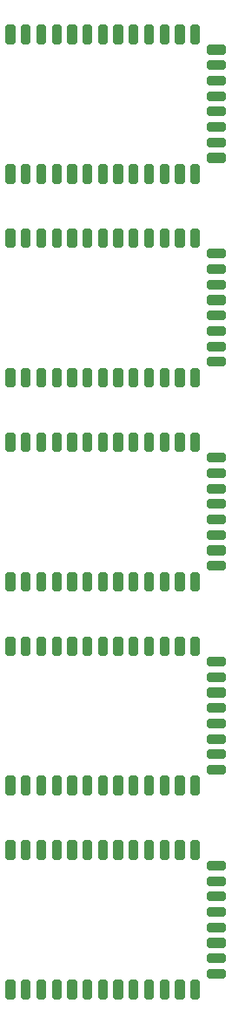
<source format=gtp>
G04 EAGLE Gerber RS-274X export*
G75*
%MOMM*%
%FSLAX34Y34*%
%LPD*%
%INTop Paste*%
%IPPOS*%
%AMOC8*
5,1,8,0,0,1.08239X$1,22.5*%
G01*
%ADD10C,0.694944*%


D10*
X153752Y40078D02*
X153752Y27722D01*
X151048Y27722D01*
X151048Y40078D01*
X153752Y40078D01*
X153752Y34324D02*
X151048Y34324D01*
X168752Y40078D02*
X168752Y27722D01*
X166048Y27722D01*
X166048Y40078D01*
X168752Y40078D01*
X168752Y34324D02*
X166048Y34324D01*
X183752Y40078D02*
X183752Y27722D01*
X181048Y27722D01*
X181048Y40078D01*
X183752Y40078D01*
X183752Y34324D02*
X181048Y34324D01*
X198752Y40078D02*
X198752Y27722D01*
X196048Y27722D01*
X196048Y40078D01*
X198752Y40078D01*
X198752Y34324D02*
X196048Y34324D01*
X213752Y40078D02*
X213752Y27722D01*
X211048Y27722D01*
X211048Y40078D01*
X213752Y40078D01*
X213752Y34324D02*
X211048Y34324D01*
X228752Y40078D02*
X228752Y27722D01*
X226048Y27722D01*
X226048Y40078D01*
X228752Y40078D01*
X228752Y34324D02*
X226048Y34324D01*
X243752Y40078D02*
X243752Y27722D01*
X241048Y27722D01*
X241048Y40078D01*
X243752Y40078D01*
X243752Y34324D02*
X241048Y34324D01*
X258752Y40078D02*
X258752Y27722D01*
X256048Y27722D01*
X256048Y40078D01*
X258752Y40078D01*
X258752Y34324D02*
X256048Y34324D01*
X273752Y40078D02*
X273752Y27722D01*
X271048Y27722D01*
X271048Y40078D01*
X273752Y40078D01*
X273752Y34324D02*
X271048Y34324D01*
X288752Y40078D02*
X288752Y27722D01*
X286048Y27722D01*
X286048Y40078D01*
X288752Y40078D01*
X288752Y34324D02*
X286048Y34324D01*
X303752Y40078D02*
X303752Y27722D01*
X301048Y27722D01*
X301048Y40078D01*
X303752Y40078D01*
X303752Y34324D02*
X301048Y34324D01*
X318752Y40078D02*
X318752Y27722D01*
X316048Y27722D01*
X316048Y40078D01*
X318752Y40078D01*
X318752Y34324D02*
X316048Y34324D01*
X333752Y40078D02*
X333752Y27722D01*
X331048Y27722D01*
X331048Y40078D01*
X333752Y40078D01*
X333752Y34324D02*
X331048Y34324D01*
X346922Y50652D02*
X359278Y50652D01*
X359278Y47948D01*
X346922Y47948D01*
X346922Y50652D01*
X346922Y65652D02*
X359278Y65652D01*
X359278Y62948D01*
X346922Y62948D01*
X346922Y65652D01*
X346922Y80652D02*
X359278Y80652D01*
X359278Y77948D01*
X346922Y77948D01*
X346922Y80652D01*
X346922Y95652D02*
X359278Y95652D01*
X359278Y92948D01*
X346922Y92948D01*
X346922Y95652D01*
X346922Y110652D02*
X359278Y110652D01*
X359278Y107948D01*
X346922Y107948D01*
X346922Y110652D01*
X346922Y125652D02*
X359278Y125652D01*
X359278Y122948D01*
X346922Y122948D01*
X346922Y125652D01*
X346922Y140652D02*
X359278Y140652D01*
X359278Y137948D01*
X346922Y137948D01*
X346922Y140652D01*
X346922Y155652D02*
X359278Y155652D01*
X359278Y152948D01*
X346922Y152948D01*
X346922Y155652D01*
X331048Y163122D02*
X331048Y175478D01*
X333752Y175478D01*
X333752Y163122D01*
X331048Y163122D01*
X331048Y169724D02*
X333752Y169724D01*
X316048Y175478D02*
X316048Y163122D01*
X316048Y175478D02*
X318752Y175478D01*
X318752Y163122D01*
X316048Y163122D01*
X316048Y169724D02*
X318752Y169724D01*
X301048Y175478D02*
X301048Y163122D01*
X301048Y175478D02*
X303752Y175478D01*
X303752Y163122D01*
X301048Y163122D01*
X301048Y169724D02*
X303752Y169724D01*
X286048Y175478D02*
X286048Y163122D01*
X286048Y175478D02*
X288752Y175478D01*
X288752Y163122D01*
X286048Y163122D01*
X286048Y169724D02*
X288752Y169724D01*
X271048Y175478D02*
X271048Y163122D01*
X271048Y175478D02*
X273752Y175478D01*
X273752Y163122D01*
X271048Y163122D01*
X271048Y169724D02*
X273752Y169724D01*
X256048Y175478D02*
X256048Y163122D01*
X256048Y175478D02*
X258752Y175478D01*
X258752Y163122D01*
X256048Y163122D01*
X256048Y169724D02*
X258752Y169724D01*
X241048Y175478D02*
X241048Y163122D01*
X241048Y175478D02*
X243752Y175478D01*
X243752Y163122D01*
X241048Y163122D01*
X241048Y169724D02*
X243752Y169724D01*
X226048Y175478D02*
X226048Y163122D01*
X226048Y175478D02*
X228752Y175478D01*
X228752Y163122D01*
X226048Y163122D01*
X226048Y169724D02*
X228752Y169724D01*
X211048Y175478D02*
X211048Y163122D01*
X211048Y175478D02*
X213752Y175478D01*
X213752Y163122D01*
X211048Y163122D01*
X211048Y169724D02*
X213752Y169724D01*
X196048Y175478D02*
X196048Y163122D01*
X196048Y175478D02*
X198752Y175478D01*
X198752Y163122D01*
X196048Y163122D01*
X196048Y169724D02*
X198752Y169724D01*
X181048Y175478D02*
X181048Y163122D01*
X181048Y175478D02*
X183752Y175478D01*
X183752Y163122D01*
X181048Y163122D01*
X181048Y169724D02*
X183752Y169724D01*
X166048Y175478D02*
X166048Y163122D01*
X166048Y175478D02*
X168752Y175478D01*
X168752Y163122D01*
X166048Y163122D01*
X166048Y169724D02*
X168752Y169724D01*
X151048Y175478D02*
X151048Y163122D01*
X151048Y175478D02*
X153752Y175478D01*
X153752Y163122D01*
X151048Y163122D01*
X151048Y169724D02*
X153752Y169724D01*
X153752Y225715D02*
X153752Y238071D01*
X153752Y225715D02*
X151048Y225715D01*
X151048Y238071D01*
X153752Y238071D01*
X153752Y232317D02*
X151048Y232317D01*
X168752Y238071D02*
X168752Y225715D01*
X166048Y225715D01*
X166048Y238071D01*
X168752Y238071D01*
X168752Y232317D02*
X166048Y232317D01*
X183752Y238071D02*
X183752Y225715D01*
X181048Y225715D01*
X181048Y238071D01*
X183752Y238071D01*
X183752Y232317D02*
X181048Y232317D01*
X198752Y238071D02*
X198752Y225715D01*
X196048Y225715D01*
X196048Y238071D01*
X198752Y238071D01*
X198752Y232317D02*
X196048Y232317D01*
X213752Y238071D02*
X213752Y225715D01*
X211048Y225715D01*
X211048Y238071D01*
X213752Y238071D01*
X213752Y232317D02*
X211048Y232317D01*
X228752Y238071D02*
X228752Y225715D01*
X226048Y225715D01*
X226048Y238071D01*
X228752Y238071D01*
X228752Y232317D02*
X226048Y232317D01*
X243752Y238071D02*
X243752Y225715D01*
X241048Y225715D01*
X241048Y238071D01*
X243752Y238071D01*
X243752Y232317D02*
X241048Y232317D01*
X258752Y238071D02*
X258752Y225715D01*
X256048Y225715D01*
X256048Y238071D01*
X258752Y238071D01*
X258752Y232317D02*
X256048Y232317D01*
X273752Y238071D02*
X273752Y225715D01*
X271048Y225715D01*
X271048Y238071D01*
X273752Y238071D01*
X273752Y232317D02*
X271048Y232317D01*
X288752Y238071D02*
X288752Y225715D01*
X286048Y225715D01*
X286048Y238071D01*
X288752Y238071D01*
X288752Y232317D02*
X286048Y232317D01*
X303752Y238071D02*
X303752Y225715D01*
X301048Y225715D01*
X301048Y238071D01*
X303752Y238071D01*
X303752Y232317D02*
X301048Y232317D01*
X318752Y238071D02*
X318752Y225715D01*
X316048Y225715D01*
X316048Y238071D01*
X318752Y238071D01*
X318752Y232317D02*
X316048Y232317D01*
X333752Y238071D02*
X333752Y225715D01*
X331048Y225715D01*
X331048Y238071D01*
X333752Y238071D01*
X333752Y232317D02*
X331048Y232317D01*
X346922Y248645D02*
X359278Y248645D01*
X359278Y245941D01*
X346922Y245941D01*
X346922Y248645D01*
X346922Y263645D02*
X359278Y263645D01*
X359278Y260941D01*
X346922Y260941D01*
X346922Y263645D01*
X346922Y278645D02*
X359278Y278645D01*
X359278Y275941D01*
X346922Y275941D01*
X346922Y278645D01*
X346922Y293645D02*
X359278Y293645D01*
X359278Y290941D01*
X346922Y290941D01*
X346922Y293645D01*
X346922Y308645D02*
X359278Y308645D01*
X359278Y305941D01*
X346922Y305941D01*
X346922Y308645D01*
X346922Y323645D02*
X359278Y323645D01*
X359278Y320941D01*
X346922Y320941D01*
X346922Y323645D01*
X346922Y338645D02*
X359278Y338645D01*
X359278Y335941D01*
X346922Y335941D01*
X346922Y338645D01*
X346922Y353645D02*
X359278Y353645D01*
X359278Y350941D01*
X346922Y350941D01*
X346922Y353645D01*
X331048Y361115D02*
X331048Y373471D01*
X333752Y373471D01*
X333752Y361115D01*
X331048Y361115D01*
X331048Y367717D02*
X333752Y367717D01*
X316048Y373471D02*
X316048Y361115D01*
X316048Y373471D02*
X318752Y373471D01*
X318752Y361115D01*
X316048Y361115D01*
X316048Y367717D02*
X318752Y367717D01*
X301048Y373471D02*
X301048Y361115D01*
X301048Y373471D02*
X303752Y373471D01*
X303752Y361115D01*
X301048Y361115D01*
X301048Y367717D02*
X303752Y367717D01*
X286048Y373471D02*
X286048Y361115D01*
X286048Y373471D02*
X288752Y373471D01*
X288752Y361115D01*
X286048Y361115D01*
X286048Y367717D02*
X288752Y367717D01*
X271048Y373471D02*
X271048Y361115D01*
X271048Y373471D02*
X273752Y373471D01*
X273752Y361115D01*
X271048Y361115D01*
X271048Y367717D02*
X273752Y367717D01*
X256048Y373471D02*
X256048Y361115D01*
X256048Y373471D02*
X258752Y373471D01*
X258752Y361115D01*
X256048Y361115D01*
X256048Y367717D02*
X258752Y367717D01*
X241048Y373471D02*
X241048Y361115D01*
X241048Y373471D02*
X243752Y373471D01*
X243752Y361115D01*
X241048Y361115D01*
X241048Y367717D02*
X243752Y367717D01*
X226048Y373471D02*
X226048Y361115D01*
X226048Y373471D02*
X228752Y373471D01*
X228752Y361115D01*
X226048Y361115D01*
X226048Y367717D02*
X228752Y367717D01*
X211048Y373471D02*
X211048Y361115D01*
X211048Y373471D02*
X213752Y373471D01*
X213752Y361115D01*
X211048Y361115D01*
X211048Y367717D02*
X213752Y367717D01*
X196048Y373471D02*
X196048Y361115D01*
X196048Y373471D02*
X198752Y373471D01*
X198752Y361115D01*
X196048Y361115D01*
X196048Y367717D02*
X198752Y367717D01*
X181048Y373471D02*
X181048Y361115D01*
X181048Y373471D02*
X183752Y373471D01*
X183752Y361115D01*
X181048Y361115D01*
X181048Y367717D02*
X183752Y367717D01*
X166048Y373471D02*
X166048Y361115D01*
X166048Y373471D02*
X168752Y373471D01*
X168752Y361115D01*
X166048Y361115D01*
X166048Y367717D02*
X168752Y367717D01*
X151048Y373471D02*
X151048Y361115D01*
X151048Y373471D02*
X153752Y373471D01*
X153752Y361115D01*
X151048Y361115D01*
X151048Y367717D02*
X153752Y367717D01*
X153752Y423733D02*
X153752Y436089D01*
X153752Y423733D02*
X151048Y423733D01*
X151048Y436089D01*
X153752Y436089D01*
X153752Y430335D02*
X151048Y430335D01*
X168752Y436089D02*
X168752Y423733D01*
X166048Y423733D01*
X166048Y436089D01*
X168752Y436089D01*
X168752Y430335D02*
X166048Y430335D01*
X183752Y436089D02*
X183752Y423733D01*
X181048Y423733D01*
X181048Y436089D01*
X183752Y436089D01*
X183752Y430335D02*
X181048Y430335D01*
X198752Y436089D02*
X198752Y423733D01*
X196048Y423733D01*
X196048Y436089D01*
X198752Y436089D01*
X198752Y430335D02*
X196048Y430335D01*
X213752Y436089D02*
X213752Y423733D01*
X211048Y423733D01*
X211048Y436089D01*
X213752Y436089D01*
X213752Y430335D02*
X211048Y430335D01*
X228752Y436089D02*
X228752Y423733D01*
X226048Y423733D01*
X226048Y436089D01*
X228752Y436089D01*
X228752Y430335D02*
X226048Y430335D01*
X243752Y436089D02*
X243752Y423733D01*
X241048Y423733D01*
X241048Y436089D01*
X243752Y436089D01*
X243752Y430335D02*
X241048Y430335D01*
X258752Y436089D02*
X258752Y423733D01*
X256048Y423733D01*
X256048Y436089D01*
X258752Y436089D01*
X258752Y430335D02*
X256048Y430335D01*
X273752Y436089D02*
X273752Y423733D01*
X271048Y423733D01*
X271048Y436089D01*
X273752Y436089D01*
X273752Y430335D02*
X271048Y430335D01*
X288752Y436089D02*
X288752Y423733D01*
X286048Y423733D01*
X286048Y436089D01*
X288752Y436089D01*
X288752Y430335D02*
X286048Y430335D01*
X303752Y436089D02*
X303752Y423733D01*
X301048Y423733D01*
X301048Y436089D01*
X303752Y436089D01*
X303752Y430335D02*
X301048Y430335D01*
X318752Y436089D02*
X318752Y423733D01*
X316048Y423733D01*
X316048Y436089D01*
X318752Y436089D01*
X318752Y430335D02*
X316048Y430335D01*
X333752Y436089D02*
X333752Y423733D01*
X331048Y423733D01*
X331048Y436089D01*
X333752Y436089D01*
X333752Y430335D02*
X331048Y430335D01*
X346922Y446663D02*
X359278Y446663D01*
X359278Y443959D01*
X346922Y443959D01*
X346922Y446663D01*
X346922Y461663D02*
X359278Y461663D01*
X359278Y458959D01*
X346922Y458959D01*
X346922Y461663D01*
X346922Y476663D02*
X359278Y476663D01*
X359278Y473959D01*
X346922Y473959D01*
X346922Y476663D01*
X346922Y491663D02*
X359278Y491663D01*
X359278Y488959D01*
X346922Y488959D01*
X346922Y491663D01*
X346922Y506663D02*
X359278Y506663D01*
X359278Y503959D01*
X346922Y503959D01*
X346922Y506663D01*
X346922Y521663D02*
X359278Y521663D01*
X359278Y518959D01*
X346922Y518959D01*
X346922Y521663D01*
X346922Y536663D02*
X359278Y536663D01*
X359278Y533959D01*
X346922Y533959D01*
X346922Y536663D01*
X346922Y551663D02*
X359278Y551663D01*
X359278Y548959D01*
X346922Y548959D01*
X346922Y551663D01*
X331048Y559133D02*
X331048Y571489D01*
X333752Y571489D01*
X333752Y559133D01*
X331048Y559133D01*
X331048Y565735D02*
X333752Y565735D01*
X316048Y571489D02*
X316048Y559133D01*
X316048Y571489D02*
X318752Y571489D01*
X318752Y559133D01*
X316048Y559133D01*
X316048Y565735D02*
X318752Y565735D01*
X301048Y571489D02*
X301048Y559133D01*
X301048Y571489D02*
X303752Y571489D01*
X303752Y559133D01*
X301048Y559133D01*
X301048Y565735D02*
X303752Y565735D01*
X286048Y571489D02*
X286048Y559133D01*
X286048Y571489D02*
X288752Y571489D01*
X288752Y559133D01*
X286048Y559133D01*
X286048Y565735D02*
X288752Y565735D01*
X271048Y571489D02*
X271048Y559133D01*
X271048Y571489D02*
X273752Y571489D01*
X273752Y559133D01*
X271048Y559133D01*
X271048Y565735D02*
X273752Y565735D01*
X256048Y571489D02*
X256048Y559133D01*
X256048Y571489D02*
X258752Y571489D01*
X258752Y559133D01*
X256048Y559133D01*
X256048Y565735D02*
X258752Y565735D01*
X241048Y571489D02*
X241048Y559133D01*
X241048Y571489D02*
X243752Y571489D01*
X243752Y559133D01*
X241048Y559133D01*
X241048Y565735D02*
X243752Y565735D01*
X226048Y571489D02*
X226048Y559133D01*
X226048Y571489D02*
X228752Y571489D01*
X228752Y559133D01*
X226048Y559133D01*
X226048Y565735D02*
X228752Y565735D01*
X211048Y571489D02*
X211048Y559133D01*
X211048Y571489D02*
X213752Y571489D01*
X213752Y559133D01*
X211048Y559133D01*
X211048Y565735D02*
X213752Y565735D01*
X196048Y571489D02*
X196048Y559133D01*
X196048Y571489D02*
X198752Y571489D01*
X198752Y559133D01*
X196048Y559133D01*
X196048Y565735D02*
X198752Y565735D01*
X181048Y571489D02*
X181048Y559133D01*
X181048Y571489D02*
X183752Y571489D01*
X183752Y559133D01*
X181048Y559133D01*
X181048Y565735D02*
X183752Y565735D01*
X166048Y571489D02*
X166048Y559133D01*
X166048Y571489D02*
X168752Y571489D01*
X168752Y559133D01*
X166048Y559133D01*
X166048Y565735D02*
X168752Y565735D01*
X151048Y571489D02*
X151048Y559133D01*
X151048Y571489D02*
X153752Y571489D01*
X153752Y559133D01*
X151048Y559133D01*
X151048Y565735D02*
X153752Y565735D01*
X153752Y621726D02*
X153752Y634082D01*
X153752Y621726D02*
X151048Y621726D01*
X151048Y634082D01*
X153752Y634082D01*
X153752Y628328D02*
X151048Y628328D01*
X168752Y634082D02*
X168752Y621726D01*
X166048Y621726D01*
X166048Y634082D01*
X168752Y634082D01*
X168752Y628328D02*
X166048Y628328D01*
X183752Y634082D02*
X183752Y621726D01*
X181048Y621726D01*
X181048Y634082D01*
X183752Y634082D01*
X183752Y628328D02*
X181048Y628328D01*
X198752Y634082D02*
X198752Y621726D01*
X196048Y621726D01*
X196048Y634082D01*
X198752Y634082D01*
X198752Y628328D02*
X196048Y628328D01*
X213752Y634082D02*
X213752Y621726D01*
X211048Y621726D01*
X211048Y634082D01*
X213752Y634082D01*
X213752Y628328D02*
X211048Y628328D01*
X228752Y634082D02*
X228752Y621726D01*
X226048Y621726D01*
X226048Y634082D01*
X228752Y634082D01*
X228752Y628328D02*
X226048Y628328D01*
X243752Y634082D02*
X243752Y621726D01*
X241048Y621726D01*
X241048Y634082D01*
X243752Y634082D01*
X243752Y628328D02*
X241048Y628328D01*
X258752Y634082D02*
X258752Y621726D01*
X256048Y621726D01*
X256048Y634082D01*
X258752Y634082D01*
X258752Y628328D02*
X256048Y628328D01*
X273752Y634082D02*
X273752Y621726D01*
X271048Y621726D01*
X271048Y634082D01*
X273752Y634082D01*
X273752Y628328D02*
X271048Y628328D01*
X288752Y634082D02*
X288752Y621726D01*
X286048Y621726D01*
X286048Y634082D01*
X288752Y634082D01*
X288752Y628328D02*
X286048Y628328D01*
X303752Y634082D02*
X303752Y621726D01*
X301048Y621726D01*
X301048Y634082D01*
X303752Y634082D01*
X303752Y628328D02*
X301048Y628328D01*
X318752Y634082D02*
X318752Y621726D01*
X316048Y621726D01*
X316048Y634082D01*
X318752Y634082D01*
X318752Y628328D02*
X316048Y628328D01*
X333752Y634082D02*
X333752Y621726D01*
X331048Y621726D01*
X331048Y634082D01*
X333752Y634082D01*
X333752Y628328D02*
X331048Y628328D01*
X346922Y644656D02*
X359278Y644656D01*
X359278Y641952D01*
X346922Y641952D01*
X346922Y644656D01*
X346922Y659656D02*
X359278Y659656D01*
X359278Y656952D01*
X346922Y656952D01*
X346922Y659656D01*
X346922Y674656D02*
X359278Y674656D01*
X359278Y671952D01*
X346922Y671952D01*
X346922Y674656D01*
X346922Y689656D02*
X359278Y689656D01*
X359278Y686952D01*
X346922Y686952D01*
X346922Y689656D01*
X346922Y704656D02*
X359278Y704656D01*
X359278Y701952D01*
X346922Y701952D01*
X346922Y704656D01*
X346922Y719656D02*
X359278Y719656D01*
X359278Y716952D01*
X346922Y716952D01*
X346922Y719656D01*
X346922Y734656D02*
X359278Y734656D01*
X359278Y731952D01*
X346922Y731952D01*
X346922Y734656D01*
X346922Y749656D02*
X359278Y749656D01*
X359278Y746952D01*
X346922Y746952D01*
X346922Y749656D01*
X331048Y757126D02*
X331048Y769482D01*
X333752Y769482D01*
X333752Y757126D01*
X331048Y757126D01*
X331048Y763728D02*
X333752Y763728D01*
X316048Y769482D02*
X316048Y757126D01*
X316048Y769482D02*
X318752Y769482D01*
X318752Y757126D01*
X316048Y757126D01*
X316048Y763728D02*
X318752Y763728D01*
X301048Y769482D02*
X301048Y757126D01*
X301048Y769482D02*
X303752Y769482D01*
X303752Y757126D01*
X301048Y757126D01*
X301048Y763728D02*
X303752Y763728D01*
X286048Y769482D02*
X286048Y757126D01*
X286048Y769482D02*
X288752Y769482D01*
X288752Y757126D01*
X286048Y757126D01*
X286048Y763728D02*
X288752Y763728D01*
X271048Y769482D02*
X271048Y757126D01*
X271048Y769482D02*
X273752Y769482D01*
X273752Y757126D01*
X271048Y757126D01*
X271048Y763728D02*
X273752Y763728D01*
X256048Y769482D02*
X256048Y757126D01*
X256048Y769482D02*
X258752Y769482D01*
X258752Y757126D01*
X256048Y757126D01*
X256048Y763728D02*
X258752Y763728D01*
X241048Y769482D02*
X241048Y757126D01*
X241048Y769482D02*
X243752Y769482D01*
X243752Y757126D01*
X241048Y757126D01*
X241048Y763728D02*
X243752Y763728D01*
X226048Y769482D02*
X226048Y757126D01*
X226048Y769482D02*
X228752Y769482D01*
X228752Y757126D01*
X226048Y757126D01*
X226048Y763728D02*
X228752Y763728D01*
X211048Y769482D02*
X211048Y757126D01*
X211048Y769482D02*
X213752Y769482D01*
X213752Y757126D01*
X211048Y757126D01*
X211048Y763728D02*
X213752Y763728D01*
X196048Y769482D02*
X196048Y757126D01*
X196048Y769482D02*
X198752Y769482D01*
X198752Y757126D01*
X196048Y757126D01*
X196048Y763728D02*
X198752Y763728D01*
X181048Y769482D02*
X181048Y757126D01*
X181048Y769482D02*
X183752Y769482D01*
X183752Y757126D01*
X181048Y757126D01*
X181048Y763728D02*
X183752Y763728D01*
X166048Y769482D02*
X166048Y757126D01*
X166048Y769482D02*
X168752Y769482D01*
X168752Y757126D01*
X166048Y757126D01*
X166048Y763728D02*
X168752Y763728D01*
X151048Y769482D02*
X151048Y757126D01*
X151048Y769482D02*
X153752Y769482D01*
X153752Y757126D01*
X151048Y757126D01*
X151048Y763728D02*
X153752Y763728D01*
X153752Y819719D02*
X153752Y832075D01*
X153752Y819719D02*
X151048Y819719D01*
X151048Y832075D01*
X153752Y832075D01*
X153752Y826321D02*
X151048Y826321D01*
X168752Y832075D02*
X168752Y819719D01*
X166048Y819719D01*
X166048Y832075D01*
X168752Y832075D01*
X168752Y826321D02*
X166048Y826321D01*
X183752Y832075D02*
X183752Y819719D01*
X181048Y819719D01*
X181048Y832075D01*
X183752Y832075D01*
X183752Y826321D02*
X181048Y826321D01*
X198752Y832075D02*
X198752Y819719D01*
X196048Y819719D01*
X196048Y832075D01*
X198752Y832075D01*
X198752Y826321D02*
X196048Y826321D01*
X213752Y832075D02*
X213752Y819719D01*
X211048Y819719D01*
X211048Y832075D01*
X213752Y832075D01*
X213752Y826321D02*
X211048Y826321D01*
X228752Y832075D02*
X228752Y819719D01*
X226048Y819719D01*
X226048Y832075D01*
X228752Y832075D01*
X228752Y826321D02*
X226048Y826321D01*
X243752Y832075D02*
X243752Y819719D01*
X241048Y819719D01*
X241048Y832075D01*
X243752Y832075D01*
X243752Y826321D02*
X241048Y826321D01*
X258752Y832075D02*
X258752Y819719D01*
X256048Y819719D01*
X256048Y832075D01*
X258752Y832075D01*
X258752Y826321D02*
X256048Y826321D01*
X273752Y832075D02*
X273752Y819719D01*
X271048Y819719D01*
X271048Y832075D01*
X273752Y832075D01*
X273752Y826321D02*
X271048Y826321D01*
X288752Y832075D02*
X288752Y819719D01*
X286048Y819719D01*
X286048Y832075D01*
X288752Y832075D01*
X288752Y826321D02*
X286048Y826321D01*
X303752Y832075D02*
X303752Y819719D01*
X301048Y819719D01*
X301048Y832075D01*
X303752Y832075D01*
X303752Y826321D02*
X301048Y826321D01*
X318752Y832075D02*
X318752Y819719D01*
X316048Y819719D01*
X316048Y832075D01*
X318752Y832075D01*
X318752Y826321D02*
X316048Y826321D01*
X333752Y832075D02*
X333752Y819719D01*
X331048Y819719D01*
X331048Y832075D01*
X333752Y832075D01*
X333752Y826321D02*
X331048Y826321D01*
X346922Y842649D02*
X359278Y842649D01*
X359278Y839945D01*
X346922Y839945D01*
X346922Y842649D01*
X346922Y857649D02*
X359278Y857649D01*
X359278Y854945D01*
X346922Y854945D01*
X346922Y857649D01*
X346922Y872649D02*
X359278Y872649D01*
X359278Y869945D01*
X346922Y869945D01*
X346922Y872649D01*
X346922Y887649D02*
X359278Y887649D01*
X359278Y884945D01*
X346922Y884945D01*
X346922Y887649D01*
X346922Y902649D02*
X359278Y902649D01*
X359278Y899945D01*
X346922Y899945D01*
X346922Y902649D01*
X346922Y917649D02*
X359278Y917649D01*
X359278Y914945D01*
X346922Y914945D01*
X346922Y917649D01*
X346922Y932649D02*
X359278Y932649D01*
X359278Y929945D01*
X346922Y929945D01*
X346922Y932649D01*
X346922Y947649D02*
X359278Y947649D01*
X359278Y944945D01*
X346922Y944945D01*
X346922Y947649D01*
X331048Y955119D02*
X331048Y967475D01*
X333752Y967475D01*
X333752Y955119D01*
X331048Y955119D01*
X331048Y961721D02*
X333752Y961721D01*
X316048Y967475D02*
X316048Y955119D01*
X316048Y967475D02*
X318752Y967475D01*
X318752Y955119D01*
X316048Y955119D01*
X316048Y961721D02*
X318752Y961721D01*
X301048Y967475D02*
X301048Y955119D01*
X301048Y967475D02*
X303752Y967475D01*
X303752Y955119D01*
X301048Y955119D01*
X301048Y961721D02*
X303752Y961721D01*
X286048Y967475D02*
X286048Y955119D01*
X286048Y967475D02*
X288752Y967475D01*
X288752Y955119D01*
X286048Y955119D01*
X286048Y961721D02*
X288752Y961721D01*
X271048Y967475D02*
X271048Y955119D01*
X271048Y967475D02*
X273752Y967475D01*
X273752Y955119D01*
X271048Y955119D01*
X271048Y961721D02*
X273752Y961721D01*
X256048Y967475D02*
X256048Y955119D01*
X256048Y967475D02*
X258752Y967475D01*
X258752Y955119D01*
X256048Y955119D01*
X256048Y961721D02*
X258752Y961721D01*
X241048Y967475D02*
X241048Y955119D01*
X241048Y967475D02*
X243752Y967475D01*
X243752Y955119D01*
X241048Y955119D01*
X241048Y961721D02*
X243752Y961721D01*
X226048Y967475D02*
X226048Y955119D01*
X226048Y967475D02*
X228752Y967475D01*
X228752Y955119D01*
X226048Y955119D01*
X226048Y961721D02*
X228752Y961721D01*
X211048Y967475D02*
X211048Y955119D01*
X211048Y967475D02*
X213752Y967475D01*
X213752Y955119D01*
X211048Y955119D01*
X211048Y961721D02*
X213752Y961721D01*
X196048Y967475D02*
X196048Y955119D01*
X196048Y967475D02*
X198752Y967475D01*
X198752Y955119D01*
X196048Y955119D01*
X196048Y961721D02*
X198752Y961721D01*
X181048Y967475D02*
X181048Y955119D01*
X181048Y967475D02*
X183752Y967475D01*
X183752Y955119D01*
X181048Y955119D01*
X181048Y961721D02*
X183752Y961721D01*
X166048Y967475D02*
X166048Y955119D01*
X166048Y967475D02*
X168752Y967475D01*
X168752Y955119D01*
X166048Y955119D01*
X166048Y961721D02*
X168752Y961721D01*
X151048Y967475D02*
X151048Y955119D01*
X151048Y967475D02*
X153752Y967475D01*
X153752Y955119D01*
X151048Y955119D01*
X151048Y961721D02*
X153752Y961721D01*
M02*

</source>
